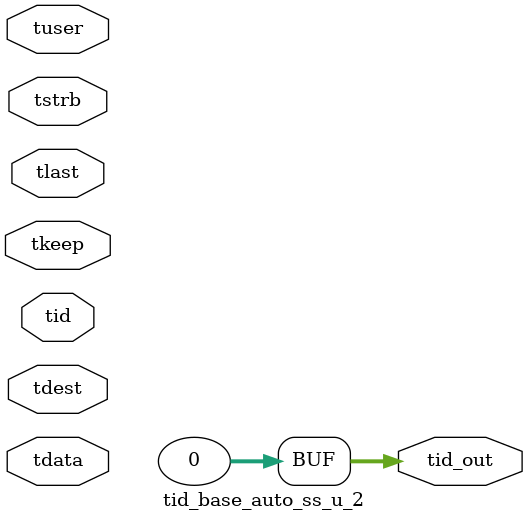
<source format=v>


`timescale 1ps/1ps

module tid_base_auto_ss_u_2 #
(
parameter C_S_AXIS_TID_WIDTH   = 1,
parameter C_S_AXIS_TUSER_WIDTH = 0,
parameter C_S_AXIS_TDATA_WIDTH = 0,
parameter C_S_AXIS_TDEST_WIDTH = 0,
parameter C_M_AXIS_TID_WIDTH   = 32
)
(
input  [(C_S_AXIS_TID_WIDTH   == 0 ? 1 : C_S_AXIS_TID_WIDTH)-1:0       ] tid,
input  [(C_S_AXIS_TDATA_WIDTH == 0 ? 1 : C_S_AXIS_TDATA_WIDTH)-1:0     ] tdata,
input  [(C_S_AXIS_TUSER_WIDTH == 0 ? 1 : C_S_AXIS_TUSER_WIDTH)-1:0     ] tuser,
input  [(C_S_AXIS_TDEST_WIDTH == 0 ? 1 : C_S_AXIS_TDEST_WIDTH)-1:0     ] tdest,
input  [(C_S_AXIS_TDATA_WIDTH/8)-1:0 ] tkeep,
input  [(C_S_AXIS_TDATA_WIDTH/8)-1:0 ] tstrb,
input                                                                    tlast,
output [(C_M_AXIS_TID_WIDTH   == 0 ? 1 : C_M_AXIS_TID_WIDTH)-1:0       ] tid_out
);

assign tid_out = {1'b0};

endmodule


</source>
